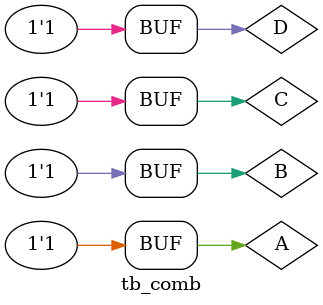
<source format=v>
module tb_comb;
  reg A, B, C, D;
  wire Y;  
  comb c1 (.a(A), .b(B), .c(C), .d(D), .y(Y));  
  initial begin
    $monitor("A=%b\tB=%b\tC=%b\tD=%b\tY=%b\t", A, B, C, D, Y);
    A = 1'b0; B = 1'b0; C = 1'b0; D = 1'b0;
    #10
    A = 1'b0; B = 1'b0; C = 1'b0; D = 1'b1;
    #10
    A = 1'b0; B = 1'b0; C = 1'b1; D = 1'b0;
    #10
    A = 1'b0; B = 1'b0; C = 1'b1; D = 1'b1;
    #10
    A = 1'b0; B = 1'b1; C = 1'b0; D = 1'b0;
    #10
    A = 1'b0; B = 1'b1; C = 1'b0; D = 1'b1;
    #10
    A = 1'b0; B = 1'b1; C = 1'b1; D = 1'b0;
    #10
    A = 1'b0; B = 1'b1; C = 1'b1; D = 1'b1;
    #10
    A = 1'b1; B = 1'b0; C = 1'b0; D = 1'b0;
    #10
    A = 1'b1; B = 1'b0; C = 1'b0; D = 1'b1;
    #10
    A = 1'b1; B = 1'b0; C = 1'b1; D = 1'b0;
    #10
    A = 1'b1; B = 1'b0; C = 1'b1; D = 1'b1;
    #10
    A = 1'b1; B = 1'b1; C = 1'b0; D = 1'b0;
    #10
    A = 1'b1; B = 1'b1; C = 1'b0; D = 1'b1;
    #10
    A = 1'b1; B = 1'b1; C = 1'b1; D = 1'b0;
    #10
    A = 1'b1; B = 1'b1; C = 1'b1; D = 1'b1;
  end  
  initial begin
    $dumpfile("dump.vcd");
    $dumpvars(1);
  end  
endmodule

</source>
